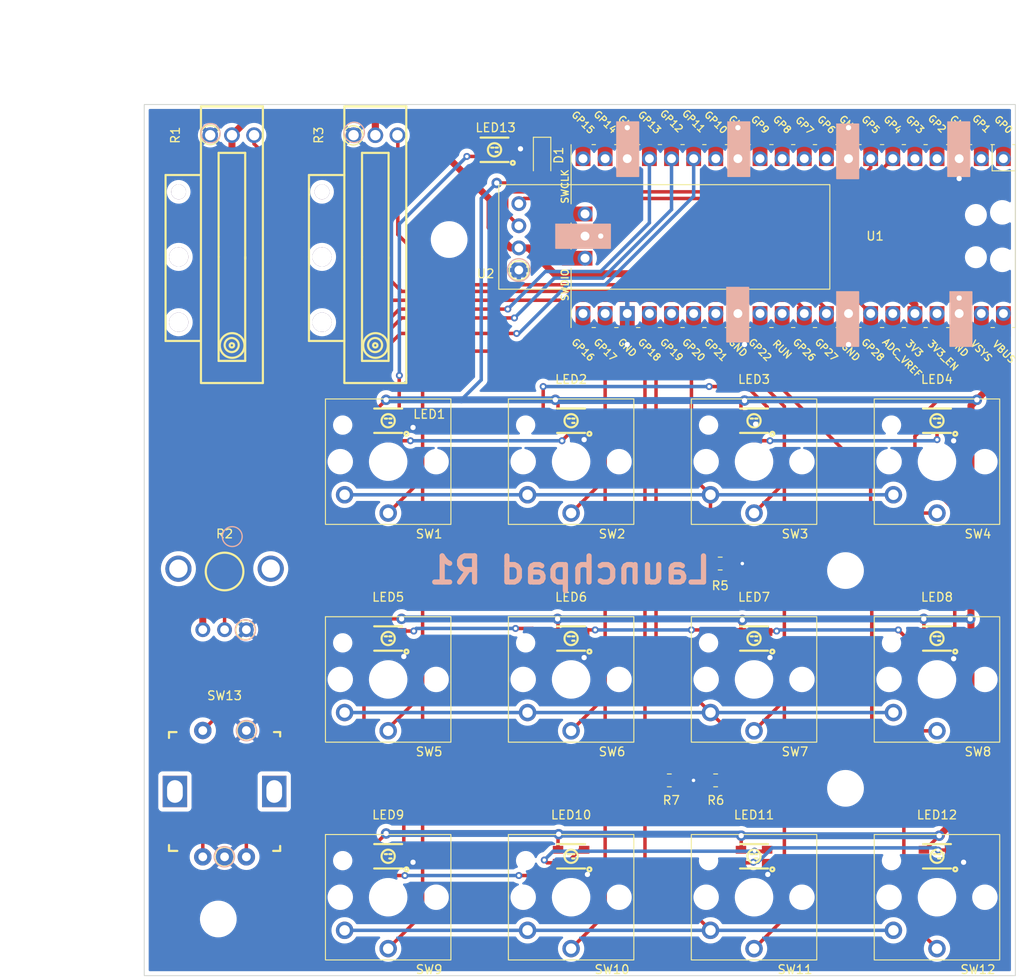
<source format=kicad_pcb>
(kicad_pcb (version 20211014) (generator pcbnew)
  (title_block (title "Launchpad") (date "2022-07-31") (rev "1"))
  (layers (0 "F.Cu" signal) (31 "B.Cu" signal) (34 "B.Paste" user) (35 "F.Paste" user) (36 "B.SilkS" user "B.Silkscreen") (37 "F.SilkS" user "F.Silkscreen") (38 "B.Mask" user) (39 "F.Mask" user) (44 "Edge.Cuts" user))
  (net 0 "")
  (net 1 "/NEOP")
  (net 5 "/POT1")
  (net 6 "/POT3")
  (net 7 "/POT2")
  (net 22 "GND")
  (net 23 "+3V3")
  (net 24 "/SCL")
  (net 25 "/SDA")
  (net 26 "+5V")
  (net 27 "/SW_R0")
  (net 28 "/SW_R1")
  (net 29 "/SW_R2")
  (net 30 "/SW_C0")
  (net 31 "/SW_C1")
  (net 32 "/SW_C2")
  (net 33 "/SW_C3")
  (net 34 "/NEOP1")
  (net 35 "Net-(D1-Pad1)")
  (net 36 "/RE1_SW")
  (net 37 "/RE1_A")
  (net 39 "/RE1_B")
  (net 40 "Net-(LED1-Pad4)")
  (net 41 "Net-(LED2-Pad4)")
  (net 42 "Net-(LED3-Pad4)")
  (net 43 "Net-(LED4-Pad4)")
  (net 44 "Net-(LED5-Pad4)")
  (net 45 "Net-(LED5-Pad2)")
  (net 46 "Net-(LED6-Pad2)")
  (net 47 "Net-(LED7-Pad2)")
  (net 48 "Net-(LED10-Pad2)")
  (net 49 "Net-(LED10-Pad4)")
  (net 50 "Net-(LED11-Pad4)")
  (footprint "1_dask_library_kc6:Kaihua_PG1350" (layer "F.Cu") (at 149 121)
    (fp_text reference "SW6")
    (fp_text value "Kaihua PG1350" hide)
  )
  (footprint "1_dask_library_kc6:SSD1306_38x12" (layer "F.Cu") (at 143 74)
    (fp_text reference "U2")
    (fp_text value "SSD1306")
  )
  (footprint "Resistor_SMD:R_0805_2012Metric_Pad1.20x1.40mm_HandSolder" (layer "F.Cu") (at 160.274 132.588)
    (fp_text reference "R7")
    (fp_text value "1K")
  )
  (footprint "Diode_SMD:D_SOD-123F" (layer "F.Cu") (at 145.669 60.96 -90)
    (fp_text reference "D1")
    (fp_text value "D")
  )
  (footprint "1_dask_library_kc6:Kaihua_PG1350" (layer "F.Cu") (at 149 96)
    (fp_text reference "SW2")
    (fp_text value "Kaihua PG1350" hide)
  )
  (footprint "1_easyeda_kicad:LED-SMD_4P-L3.5-W2.8-BR-1" (layer "F.Cu") (at 170 116.3)
    (fp_text reference "LED7")
    (fp_text value "XL-3528RGBW-WS2812B")
  )
  (footprint "1_easyeda_kicad:LED-SMD_4P-L3.5-W2.8-BR-1" (layer "F.Cu") (at 128 91.3)
    (fp_text reference "LED1")
    (fp_text value "XL-3528RGBW-WS2812B")
  )
  (footprint "1_easyeda_kicad:LED-SMD_4P-L3.5-W2.8-BR-1" (layer "F.Cu") (at 149 91.3)
    (fp_text reference "LED2")
    (fp_text value "XL-3528RGBW-WS2812B")
  )
  (footprint "1_dask_library_kc6:Kaihua_PG1350" (layer "F.Cu") (at 149 146)
    (fp_text reference "SW10")
    (fp_text value "Kaihua PG1350" hide)
  )
  (footprint "1_dask_library_kc6:Kaihua_PG1350" (layer "F.Cu") (at 128 146)
    (fp_text reference "SW9")
    (fp_text value "Kaihua PG1350" hide)
  )
  (footprint "1_easyeda_kicad:LED-SMD_4P-L3.5-W2.8-BR-1" (layer "F.Cu") (at 170 91.3)
    (fp_text reference "LED3")
    (fp_text value "XL-3528RGBW-WS2812B")
  )
  (footprint "1_easyeda_kicad:LED-SMD_4P-L3.5-W2.8-BR-1" (layer "F.Cu") (at 191 116.3)
    (fp_text reference "LED8")
    (fp_text value "XL-3528RGBW-WS2812B")
  )
  (footprint "Resistor_SMD:R_0805_2012Metric_Pad1.20x1.40mm_HandSolder" (layer "F.Cu") (at 165.592 132.588 180)
    (fp_text reference "R6")
    (fp_text value "1K")
  )
  (footprint "MountingHole:MountingHole_3.2mm_M3" (layer "F.Cu") (at 108.5 148.5)
    (fp_text reference "H4" hide)
    (fp_text value "MountingHole" hide)
  )
  (footprint "1_easyeda_kicad:LED-SMD_4P-L3.5-W2.8-BR-1" (layer "F.Cu") (at 140.208 60.198)
    (fp_text reference "LED13")
    (fp_text value "XL-3528RGBW-WS2812B")
  )
  (footprint "1_dask_library_kc6:Kaihua_PG1350" (layer "F.Cu") (at 128 96)
    (fp_text reference "SW1")
    (fp_text value "Kaihua PG1350" hide)
  )
  (footprint "1_easyeda_kicad:LED-SMD_4P-L3.5-W2.8-BR-1" (layer "F.Cu") (at 149 116.3)
    (fp_text reference "LED6")
    (fp_text value "XL-3528RGBW-WS2812B")
  )
  (footprint "1_dask_library_kc6:Kaihua_PG1350" (layer "F.Cu") (at 170 96)
    (fp_text reference "SW3")
    (fp_text value "Kaihua PG1350" hide)
  )
  (footprint "1_easyeda_kicad:RES-TH_RK09K1130A6S" (layer "F.Cu") (at 109.22 111.787)
    (fp_text reference "R2")
    (fp_text value "RK09K1130A6S")
  )
  (footprint "MountingHole:MountingHole_3.2mm_M3" (layer "F.Cu") (at 180.5 108.5)
    (fp_text reference "H3" hide)
    (fp_text value "MountingHole" hide)
  )
  (footprint "Resistor_SMD:R_0805_2012Metric_Pad1.20x1.40mm_HandSolder" (layer "F.Cu") (at 166.116 107.696)
    (fp_text reference "R5")
    (fp_text value "1K")
  )
  (footprint "1_easyeda_kicad:LED-SMD_4P-L3.5-W2.8-BR-1" (layer "F.Cu") (at 191 141.3)
    (fp_text reference "LED12")
    (fp_text value "XL-3528RGBW-WS2812B")
  )
  (footprint "1_dask_library_kc6:Kaihua_PG1350" (layer "F.Cu") (at 191 96)
    (fp_text reference "SW4")
    (fp_text value "Kaihua PG1350" hide)
  )
  (footprint "1_dask_library_kc6:Kaihua_PG1350" (layer "F.Cu") (at 191 121)
    (fp_text reference "SW8")
    (fp_text value "Kaihua PG1350" hide)
  )
  (footprint "1_easyeda_kicad:LED-SMD_4P-L3.5-W2.8-BR-1" (layer "F.Cu") (at 149 141.3)
    (fp_text reference "LED10")
    (fp_text value "XL-3528RGBW-WS2812B")
  )
  (footprint "1_easyeda_kicad:RES-ADJ-TH_RDC1022A05" (layer "F.Cu") (at 126.5475 58.5225 90)
    (fp_text reference "R3")
    (fp_text value "RDC1022A05")
  )
  (footprint "1_dask_library_kc6:Kaihua_PG1350" (layer "F.Cu") (at 128 121)
    (fp_text reference "SW5")
    (fp_text value "Kaihua PG1350" hide)
  )
  (footprint "1_easyeda_kicad:RES-ADJ-TH_RDC1022A05" (layer "F.Cu") (at 110.0875 58.5225 90)
    (fp_text reference "R1")
    (fp_text value "RDC1022A05")
  )
  (footprint "1_easyeda_kicad:LED-SMD_4P-L3.5-W2.8-BR-1" (layer "F.Cu") (at 191 91.3)
    (fp_text reference "LED4")
    (fp_text value "XL-3528RGBW-WS2812B")
  )
  (footprint "1_dask_library_kc6:RaspberryPi_Pico_SMD_TH" (layer "F.Cu") (at 174.498 70.104 -90)
    (fp_text reference "U1")
    (fp_text value "RaspberryPi_Pico")
  )
  (footprint "MountingHole:MountingHole_3.2mm_M3" (layer "F.Cu") (at 135 70.5)
    (fp_text reference "H1" hide)
    (fp_text value "MountingHole" hide)
  )
  (footprint "1_dask_library_kc6:Kaihua_PG1350" (layer "F.Cu") (at 191 146)
    (fp_text reference "SW12")
    (fp_text value "Kaihua PG1350" hide)
  )
  (footprint "1_easyeda_kicad:LED-SMD_4P-L3.5-W2.8-BR-1" (layer "F.Cu") (at 128 141.3)
    (fp_text reference "LED9")
    (fp_text value "XL-3528RGBW-WS2812B")
  )
  (footprint "1_easyeda_kicad:SW-TH_PEC11R-4220F-S0012" (layer "F.Cu") (at 109.22 134.112)
    (fp_text reference "SW13")
    (fp_text value "PEC11R-4220F-S0012")
  )
  (footprint "1_easyeda_kicad:LED-SMD_4P-L3.5-W2.8-BR-1" (layer "F.Cu") (at 170 141.3)
    (fp_text reference "LED11")
    (fp_text value "XL-3528RGBW-WS2812B")
  )
  (footprint "1_easyeda_kicad:LED-SMD_4P-L3.5-W2.8-BR-1" (layer "F.Cu") (at 128 116.3)
    (fp_text reference "LED5")
    (fp_text value "XL-3528RGBW-WS2812B")
  )
  (footprint "1_dask_library_kc6:Kaihua_PG1350" (layer "F.Cu") (at 170 146)
    (fp_text reference "SW11")
    (fp_text value "Kaihua PG1350" hide)
  )
  (footprint "1_dask_library_kc6:Kaihua_PG1350" (layer "F.Cu") (at 170 121)
    (fp_text reference "SW7")
    (fp_text value "Kaihua PG1350" hide)
  )
  (footprint "MountingHole:MountingHole_3.2mm_M3" (layer "F.Cu") (at 180.5 133.5)
    (fp_text reference "H2" hide)
    (fp_text value "MountingHole" hide)
  )
  (gr_rect (start 166.875 82.25) (end 169.375 76) (layer "B.SilkS") (width 0.15) (fill solid))
  (gr_circle (center 110.1 104.6) (end 111.2 104.3) (layer "B.SilkS") (width 0.15) (fill none))
  (gr_rect (start 167 63.25) (end 169.5 57) (layer "B.SilkS") (width 0.15) (fill solid))
  (gr_circle (center 124.1 58.2) (end 123.1 57.6) (layer "B.SilkS") (width 0.15) (fill none))
  (gr_circle (center 143 74) (end 144.2 73.5) (layer "B.SilkS") (width 0.15) (fill none))
  (gr_rect (start 192.25 63.25) (end 194.75 57) (layer "B.SilkS") (width 0.15) (fill solid))
  (gr_circle (center 111.73681 126.873) (end 110.73681 126.273) (layer "B.SilkS") (width 0.15) (fill none))
  (gr_circle (center 111.60981 115.316) (end 110.60981 114.716) (layer "B.SilkS") (width 0.15) (fill none))
  (gr_rect (start 192.5 82.75) (end 195 76.5) (layer "B.SilkS") (width 0.15) (fill solid))
  (gr_rect (start 147.25 68.75) (end 153.5 71.5) (layer "B.SilkS") (width 0.15) (fill solid))
  (gr_rect (start 154.25 63.25) (end 156.75 57) (layer "B.SilkS") (width 0.15) (fill solid))
  (gr_rect (start 179.5 63.5) (end 182 57.25) (layer "B.SilkS") (width 0.15) (fill solid))
  (gr_circle (center 107.6 58.3) (end 107.7 57.2) (layer "B.SilkS") (width 0.15) (fill none))
  (gr_rect (start 179.5 82.75) (end 182 76.5) (layer "B.SilkS") (width 0.15) (fill solid))
  (gr_circle (center 109.19681 141.351) (end 108.19681 140.751) (layer "B.SilkS") (width 0.15) (fill none))
  (gr_circle (center 109.22 141.351) (end 110.324536 141.351) (layer "F.SilkS") (width 0.15) (fill none))
  (gr_circle (center 143.002 74.041) (end 144.106536 74.041) (layer "F.SilkS") (width 0.15) (fill none))
  (gr_circle (center 111.76 126.873) (end 112.864536 126.873) (layer "F.SilkS") (width 0.15) (fill none))
  (gr_circle (center 123.990464 58.547) (end 125.095 58.547) (layer "F.SilkS") (width 0.15) (fill none))
  (gr_circle (center 111.633 115.316) (end 112.737536 115.316) (layer "F.SilkS") (width 0.15) (fill none))
  (gr_circle (center 107.569 58.508536) (end 108.673536 58.508536) (layer "F.SilkS") (width 0.15) (fill none))
  (gr_rect (start 100 55) (end 200 155) (layer "Edge.Cuts") (width 0.1) (fill none))
  (gr_text "Launchpad R1" (at 148.844 108.458) (layer "B.SilkS") (effects (font (size 3 3) (thickness 0.6)) (justify mirror)))
  (segment (start 129.27 86.122) (end 129.27 90.32) (width 0.4) (layer "F.Cu") (net 1))
  (segment (start 138.696 60.96) (end 137.033 60.96) (width 0.4) (layer "F.Cu") (net 1))
  (segment (start 129.27 90.32) (end 129.5 90.55) (width 0.4) (layer "F.Cu") (net 1))
  (segment (start 138.708 60.948) (end 138.696 60.96) (width 0.4) (layer "F.Cu") (net 1))
  (segment (start 129.286 86.106) (end 129.27 86.122) (width 0.4) (layer "F.Cu") (net 1))
  (via (at 137.033 60.96) (size 0.8) (drill 0.4) (layers "F.Cu" "B.Cu") (net 1))
  (via (at 129.286 86.106) (size 0.8) (drill 0.4) (layers "F.Cu" "B.Cu") (net 1))
  (segment (start 129.286 68.707) (end 129.286 86.106) (width 0.4) (layer "B.Cu") (net 1))
  (segment (start 137.033 60.96) (end 129.286 68.707) (width 0.4) (layer "B.Cu") (net 1))
  (segment (start 178.308 78.994) (end 178.308 78.486) (width 0.4) (layer "F.Cu") (net 5))
  (segment (start 176.276 76.454) (end 129.54 76.454) (width 0.4) (layer "F.Cu") (net 5))
  (segment (start 129.54 76.454) (end 112.6075 59.5215) (width 0.4) (layer "F.Cu") (net 5))
  (segment (start 112.6075 59.5215) (end 112.6075 58.5225) (width 0.4) (layer "F.Cu") (net 5))
  (segment (start 178.308 78.486) (end 176.276 76.454) (width 0.4) (layer "F.Cu") (net 5))
  (segment (start 109.22 115.287) (end 109.22 96.774) (width 0.4) (layer "F.Cu") (net 6))
  (segment (start 174.752 77.47) (end 175.768 78.486) (width 0.4) (layer "F.Cu") (net 6))
  (segment (start 128.524 77.47) (end 174.752 77.47) (width 0.4) (layer "F.Cu") (net 6))
  (segment (start 109.22 96.774) (end 128.524 77.47) (width 0.4) (layer "F.Cu") (net 6))
  (segment (start 175.768 78.486) (end 175.768 78.994) (width 0.4) (layer "F.Cu") (net 6))
  (segment (start 180.086 75.692) (end 134.874 75.692) (width 0.4) (layer "F.Cu") (net 7))
  (segment (start 129.1075 69.9255) (end 129.1075 58.5625) (width 0.4) (layer "F.Cu") (net 7))
  (segment (start 134.874 75.692) (end 129.1075 69.9255) (width 0.4) (layer "F.Cu") (net 7))
  (segment (start 129.1075 58.5625) (end 129.0675 58.5225) (width 0.4) (layer "F.Cu") (net 7))
  (segment (start 183.388 78.994) (end 180.086 75.692) (width 0.4) (layer "F.Cu") (net 7))
  (segment (start 192.5 117.05) (end 192.5 118.205) (width 0.4) (layer "F.Cu") (net 22))
  (segment (start 180.848 61.214) (end 180.848 57.658) (width 0.8) (layer "F.Cu") (net 22))
  (segment (start 168.148 81.788) (end 168.91 82.55) (width 0.8) (layer "F.Cu") (net 22))
  (segment (start 161.274 132.588) (end 163.052 132.588) (width 0.4) (layer "F.Cu") (net 22))
  (segment (start 170.18 91.694) (end 170.536 92.05) (width 0.4) (layer "F.Cu") (net 22))
  (segment (start 171.5 118.16) (end 171.831 118.491) (width 0.4) (layer "F.Cu") (net 22))
  (segment (start 141.708 60.948) (end 142.323642 60.948) (width 0.4) (layer "F.Cu") (net 22))
  (segment (start 193.548 78.994) (end 193.548 77.216) (width 0.8) (layer "F.Cu") (net 22))
  (segment (start 150.5 118.486) (end 150.495 118.491) (width 0.4) (layer "F.Cu") (net 22))
  (segment (start 129.5 118.07) (end 129.794 118.364) (width 0.4) (layer "F.Cu") (net 22))
  (segment (start 150.5 117.05) (end 150.5 118.486) (width 0.4) (layer "F.Cu") (net 22))
  (segment (start 129.5 92.05) (end 130.8285 92.05) (width 0.4) (layer "F.Cu") (net 22))
  (segment (start 171.5 142.05) (end 171.5 143.306) (width 0.4) (layer "F.Cu") (net 22))
  (segment (start 129.5 117.05) (end 129.5 118.07) (width 0.4) (layer "F.Cu") (net 22))
  (segment (start 192.5 92.05) (end 192.5 93.186) (width 0.4) (layer "F.Cu") (net 22))
  (segment (start 168.148 61.214) (end 168.148 57.658) (width 0.8) (layer "F.Cu") (net 22))
  (segment (start 171.5 143.306) (end 171.577 143.383) (width 0.4) (layer "F.Cu") (net 22))
  (segment (start 129.5 142.05) (end 130.7895 142.05) (width 0.4) (layer "F.Cu") (net 22))
  (segment (start 150.5 93.467) (end 150.495 93.472) (width 0.4) (layer "F.Cu") (net 22))
  (segment (start 180.848 78.994) (end 180.848 82.55) (width 0.8) (layer "F.Cu") (net 22))
  (segment (start 192.5 118.205) (end 192.913 118.618) (width 0.4) (layer "F.Cu") (net 22))
  (segment (start 155.448 61.214) (end 155.448 57.658) (width 0.8) (layer "F.Cu") (net 22))
  (segment (start 130.8285 92.05) (end 130.8535 92.075) (width 0.4) (layer "F.Cu") (net 22))
  (segment (start 155.448 78.994) (end 155.448 82.55) (width 0.8) (layer "F.Cu") (net 22))
  (segment (start 170.536 92.05) (end 171.5 92.05) (width 0.4) (layer "F.Cu") (net 22))
  (segment (start 150.5 92.05) (end 150.5 93.467) (width 0.4) (layer "F.Cu") (net 22))
  (segment (start 130.7895 142.05) (end 130.8535 141.986) (width 0.4) (layer "F.Cu") (net 22))
  (segment (start 142.323642 60.948) (end 143.188173 60.083469) (width 0.4) (layer "F.Cu") (net 22))
  (segment (start 192.5 142.05) (end 193.992 142.05) (width 0.4) (layer "F.Cu") (net 22))
  (segment (start 171.5 117.05) (end 171.5 118.16) (width 0.4) (layer "F.Cu") (net 22))
  (segment (start 193.548 61.214) (end 193.548 63.5) (width 0.8) (layer "F.Cu") (net 22))
  (segment (start 150.5 143.007) (end 150.876 143.383) (width 0.4) (layer "F.Cu") (net 22))
  (segment (start 192.5 93.186) (end 192.913 93.599) (width 0.4) (layer "F.Cu") (net 22))
  (segment (start 193.992 142.05) (end 194.056 141.986) (width 0.4) (layer "F.Cu") (net 22))
  (segment (start 150.5 142.05) (end 150.5 143.007) (width 0.4) (layer "F.Cu") (net 22))
  (segment (start 168.148 78.994) (end 168.148 81.788) (width 0.8) (layer "F.Cu") (net 22))
  (segment (start 150.598 70.104) (end 152.4 70.104) (width 0.8) (layer "F.Cu") (net 22))
  (segment (start 167.116 107.696) (end 168.656 107.696) (width 0.4) (layer "F.Cu") (net 22))
  (segment (start 164.576 132.588) (end 163.052 132.588) (width 0.4) (layer "F.Cu") (net 22))
  (segment (start 164.592 132.588) (end 164.576 132.588) (width 0.4) (layer "F.Cu") (net 22))
  (via (at 150.495 93.472) (size 1.2) (drill 0.6) (layers "F.Cu" "B.Cu") (net 22))
  (via (at 130.8535 92.075) (size 1.2) (drill 0.6) (layers "F.Cu" "B.Cu") (net 22))
  (via (at 129.794 118.364) (size 1.2) (drill 0.6) (layers "F.Cu" "B.Cu") (net 22))
  (via (at 193.548 63.5) (size 1.2) (drill 0.6) (layers "F.Cu" "B.Cu") (net 22))
  (via (at 168.91 82.55) (size 1.2) (drill 0.6) (layers "F.Cu" "B.Cu") (net 22))
  (via (at 194.056 141.986) (size 1.2) (drill 0.6) (layers "F.Cu" "B.Cu") (net 22))
  (via (at 192.913 93.599) (size 1.2) (drill 0.6) (layers "F.Cu" "B.Cu") (net 22))
  (via (at 170.18 91.694) (size 1.2) (drill 0.6) (layers "F.Cu" "B.Cu") (net 22))
  (via (at 168.656 107.696) (size 0.8) (drill 0.4) (layers "F.Cu" "B.Cu") (net 22))
  (via (at 171.577 143.383) (size 1.2) (drill 0.6) (layers "F.Cu" "B.Cu") (net 22))
  (via (at 171.831 118.491) (size 1.2) (drill 0.6) (layers "F.Cu" "B.Cu") (net 22))
  (via (at 150.876 143.383) (size 1.2) (drill 0.6) (layers "F.Cu" "B.Cu") (net 22))
  (via (at 180.848 82.55) (size 1.2) (drill 0.6) (layers "F.Cu" "B.Cu") (net 22))
  (via (at 155.448 57.658) (size 1.2) (drill 0.6) (layers "F.Cu" "B.Cu") (net 22))
  (via (at 130.8535 141.986) (size 1.2) (drill 0.6) (layers "F.Cu" "B.Cu") (net 22))
  (via (at 155.448 82.55) (size 1.2) (drill 0.6) (layers "F.Cu" "B.Cu") (net 22))
  (via (at 180.848 57.658) (size 1.2) (drill 0.6) (layers "F.Cu" "B.Cu") (net 22))
  (via (at 193.548 77.216) (size 1.2) (drill 0.6) (layers "F.Cu" "B.Cu") (net 22))
  (via (at 163.052 132.588) (size 0.8) (drill 0.4) (layers "F.Cu" "B.Cu") (net 22))
  (via (at 168.148 57.658) (size 1.2) (drill 0.6) (layers "F.Cu" "B.Cu") (net 22))
  (via (at 143.188173 60.083469) (size 1.2) (drill 0.6) (layers "F.Cu" "B.Cu") (net 22))
  (via (at 150.495 118.491) (size 1.2) (drill 0.6) (layers "F.Cu" "B.Cu") (net 22))
  (via (at 152.4 70.104) (size 1.2) (drill 0.6) (layers "F.Cu" "B.Cu") (net 22))
  (via (at 192.913 118.618) (size 1.2) (drill 0.6) (layers "F.Cu" "B.Cu") (net 22))
  (segment (start 126.5275 58.5225) (end 126.5275 56.9875) (width 0.8) (layer "F.Cu") (net 23))
  (segment (start 110.0675 58.5225) (end 112.202 56.388) (width 0.8) (layer "F.Cu") (net 23))
  (segment (start 184.912 74.422) (end 147.066 74.422) (width 0.8) (layer "F.Cu") (net 23))
  (segment (start 126.5275 56.9875) (end 127.127 56.388) (width 0.8) (layer "F.Cu") (net 23))
  (segment (start 147.066 74.422) (end 144.104 71.46) (width 0.8) (layer "F.Cu") (net 23))
  (segment (start 110.0675 88.3065) (end 110.0675 58.5225) (width 0.8) (layer "F.Cu") (net 23))
  (segment (start 125.984 56.388) (end 126.5275 56.9315) (width 0.8) (layer "F.Cu") (net 23))
  (segment (start 130.165922 56.388) (end 139.7 65.922078) (width 0.8) (layer "F.Cu") (net 23))
  (segment (start 106.72 115.287) (end 106.72 91.654) (width 0.8) (layer "F.Cu") (net 23))
  (segment (start 106.72 91.654) (end 110.0675 88.3065) (width 0.8) (layer "F.Cu") (net 23))
  (segment (start 139.7 65.922078) (end 139.7 69.088) (width 0.8) (layer "F.Cu") (net 23))
  (segment (start 142.072 71.46) (end 143 71.46) (width 0.8) (layer "F.Cu") (net 23))
  (segment (start 127.127 56.388) (end 130.165922 56.388) (width 0.8) (layer "F.Cu") (net 23))
  (segment (start 126.5275 56.9315) (end 126.5275 58.5225) (width 0.8) (layer "F.Cu") (net 23))
  (segment (start 188.468 78.994) (end 188.468 77.978) (width 0.8) (layer "F.Cu") (net 23))
  (segment (start 139.7 69.088) (end 142.072 71.46) (width 0.8) (layer "F.Cu") (net 23))
  (segment (start 188.468 77.978) (end 184.912 74.422) (width 0.8) (layer "F.Cu") (net 23))
  (segment (start 144.104 71.46) (end 143 71.46) (width 0.8) (layer "F.Cu") (net 23))
  (segment (start 112.202 56.388) (end 125.984 56.388) (width 0.8) (layer "F.Cu") (net 23))
  (segment (start 180.624944 65.024) (end 142.113 65.024) (width 0.4) (layer "F.Cu") (net 24))
  (segment (start 141.605 65.532) (end 141.605 67.525) (width 0.4) (layer "F.Cu") (net 24))
  (segment (start 183.388 62.260944) (end 180.624944 65.024) (width 0.4) (layer "F.Cu") (net 24))
  (segment (start 141.605 67.525) (end 143 68.92) (width 0.4) (layer "F.Cu") (net 24))
  (segment (start 142.113 65.024) (end 141.605 65.532) (width 0.4) (layer "F.Cu") (net 24))
  (segment (start 183.388 61.214) (end 183.388 62.260944) (width 0.4) (layer "F.Cu") (net 24))
  (segment (start 143 66.38) (end 143.594 65.786) (width 0.4) (layer "F.Cu") (net 25))
  (segment (start 181.356 65.786) (end 185.928 61.214) (width 0.4) (layer "F.Cu") (net 25))
  (segment (start 143.594 65.786) (end 181.356 65.786) (width 0.4) (layer "F.Cu") (net 25))
  (segment (start 194.900479 135.299521) (end 191.262 138.938) (width 0.8) (layer "F.Cu") (net 26))
  (segment (start 168.529 140.521) (end 168.5 140.55) (width 0.4) (layer "F.Cu") (net 26))
  (segment (start 126.5 115.55) (end 128.004 114.046) (width 0.4) (layer "F.Cu") (net 26))
  (segment (start 168.5 89.3935) (end 168.91 88.9835) (width 0.4) (layer "F.Cu") (net 26))
  (segment (start 168.5 114.329) (end 168.656 114.173) (width 0.4) (layer "F.Cu") (net 26))
  (segment (start 194.900479 118.535521) (end 194.900479 135.299521) (width 0.8) (layer "F.Cu") (net 26))
  (segment (start 191.15 88.9) (end 195.58 88.9) (width 0.4) (layer "F.Cu") (net 26))
  (segment (start 168.529 138.934) (end 168.529 140.521) (width 0.4) (layer "F.Cu") (net 26))
  (segment (start 194.900479 89.579521) (end 194.900479 118.535521) (width 0.8) (layer "F.Cu") (net 26))
  (segment (start 191.43 139.024) (end 191.516 138.938) (width 0.4) (layer "F.Cu") (net 26))
  (segment (start 195.58 88.9) (end 194.900479 89.579521) (width 0.8) (layer "F.Cu") (net 26))
  (segment (start 126.5 139.946) (end 127.762 138.684) (width 0.4) (layer "F.Cu") (net 26))
  (segment (start 147.5 90.55) (end 147.5 89.08) (width 0.4) (layer "F.Cu") (net 26))
  (segment (start 144.021 64.008) (end 140.462 64.008) (width 0.4) (layer "F.Cu") (net 26))
  (segment (start 189.5 115.55) (end 189.5 114.062) (width 0.4) (layer "F.Cu") (net 26))
  (segment (start 126.5 140.55) (end 126.5 139.946) (width 0.4) (layer "F.Cu") (net 26))
  (segment (start 168.5 90.55) (end 168.5 89.3935) (width 0.4) (layer "F.Cu") (net 26))
  (segment (start 189.5 114.062) (end 189.484 114.046) (width 0.4) (layer "F.Cu") (net 26))
  (segment (start 189.5 140.55) (end 189.65 140.55) (width 0.4) (layer "F.Cu") (net 26))
  (segment (start 147.5 114.099) (end 147.447 114.046) (width 0.4) (layer "F.Cu") (net 26))
  (segment (start 128.004 114.046) (end 129.54 114.046) (width 0.4) (layer "F.Cu") (net 26))
  (segment (start 191.516 138.938) (end 191.262 138.938) (width 0.8) (layer "F.Cu") (net 26))
  (segment (start 147.5 115.55) (end 147.5 114.099) (width 0.4) (layer "F.Cu") (net 26))
  (segment (start 198.628 85.852) (end 198.628 78.994) (width 0.8) (layer "F.Cu") (net 26))
  (segment (start 126.5 90.55) (end 126.5 90.162) (width 0.4) (layer "F.Cu") (net 26))
  (segment (start 189.5 90.55) (end 191.15 88.9) (width 0.4) (layer "F.Cu") (net 26))
  (segment (start 168.5 115.55) (end 168.5 114.329) (width 0.4) (layer "F.Cu") (net 26))
  (segment (start 145.669 62.36) (end 144.021 64.008) (width 0.4) (layer "F.Cu") (net 26))
  (segment (start 189.65 140.55) (end 191.262 138.938) (width 0.4) (layer "F.Cu") (net 26))
  (segment (start 147.5 138.836) (end 147.574 138.762) (width 0.4) (layer "F.Cu") (net 26))
  (segment (start 126.5 90.162) (end 127.762 88.9) (width 0.4) (layer "F.Cu") (net 26))
  (segment (start 195.58 88.9) (end 198.628 85.852) (width 0.8) (layer "F.Cu") (net 26))
  (segment (start 147.32 88.9) (end 147.193 88.9) (width 0.4) (layer "F.Cu") (net 26))
  (segment (start 147.5 140.55) (end 147.5 138.836) (width 0.4) (layer "F.Cu") (net 26))
  (segment (start 147.5 89.08) (end 147.32 88.9) (width 0.4) (layer "F.Cu") (net 26))
  (via (at 195.58 88.9) (size 1.2) (drill 0.6) (layers "F.Cu" "B.Cu") (net 26))
  (via (at 129.54 114.046) (size 1.2) (drill 0.6) (layers "F.Cu" "B.Cu") (net 26))
  (via (at 147.574 138.762) (size 1.2) (drill 0.6) (layers "F.Cu" "B.Cu") (net 26))
  (via (at 127.762 138.684) (size 1.2) (drill 0.6) (layers "F.Cu" "B.Cu") (net 26))
  (via (at 147.193 88.9) (size 1.2) (drill 0.6) (layers "F.Cu" "B.Cu") (net 26))
  (via (at 140.462 64.008) (size 1.2) (drill 0.6) (layers "F.Cu" "B.Cu") (net 26))
  (via (at 168.656 114.173) (size 1.2) (drill 0.6) (layers "F.Cu" "B.Cu") (net 26))
  (via (at 194.818 114.046) (size 1.2) (drill 0.6) (layers "F.Cu" "B.Cu") (net 26))
  (via (at 189.484 114.046) (size 1.2) (drill 0.6) (layers "F.Cu" "B.Cu") (net 26))
  (via (at 168.529 138.934) (size 1.2) (drill 0.6) (layers "F.Cu" "B.Cu") (net 26))
  (via (at 191.262 138.938) (size 1.2) (drill 0.6) (layers "F.Cu" "B.Cu") (net 26))
  (via (at 127.762 88.9) (size 1.2) (drill 0.6) (layers "F.Cu" "B.Cu") (net 26))
  (via (at 168.91 88.9835) (size 1.2) (drill 0.6) (layers "F.Cu" "B.Cu") (net 26))
  (via (at 147.447 114.046) (size 1.2) (drill 0.6) (layers "F.Cu" "B.Cu") (net 26))
  (segment (start 147.574 138.762) (end 147.496 138.684) (width 0.8) (layer "B.Cu") (net 26))
  (segment (start 168.357 138.762) (end 147.574 138.762) (width 0.8) (layer "B.Cu") (net 26))
  (segment (start 147.2765 88.9835) (end 168.91 88.9835) (width 0.8) (layer "B.Cu") (net 26))
  (segment (start 195.58 88.9) (end 168.9935 88.9) (width 0.8) (layer "B.Cu") (net 26))
  (segment (start 138.684 86.614) (end 138.684 65.786) (width 0.4) (layer "B.Cu") (net 26))
  (segment (start 147.447 114.046) (end 168.529 114.046) (width 0.8) (layer "B.Cu") (net 26))
  (segment (start 168.9935 88.9) (end 168.91 88.9835) (width 0.8) (layer "B.Cu") (net 26))
  (segment (start 168.529 138.934) (end 168.357 138.762) (width 0.8) (layer "B.Cu") (net 26))
  (segment (start 136.398 88.9) (end 147.193 88.9) (width 0.8) (layer "B.Cu") (net 26))
  (segment (start 168.529 114.046) (end 168.656 114.173) (width 0.8) (layer "B.Cu") (net 26))
  (segment (start 147.447 114.046) (end 129.54 114.046) (width 0.8) (layer "B.Cu") (net 26))
  (segment (start 147.193 88.9) (end 147.2765 88.9835) (width 0.8) (layer "B.Cu") (net 26))
  (segment (start 189.484 114.046) (end 168.783 114.046) (width 0.8) (layer "B.Cu") (net 26))
  (segment (start 136.398 88.9) (end 138.684 86.614) (width 0.4) (layer "B.Cu") (net 26))
  (segment (start 168.533 138.938) (end 191.262 138.938) (width 0.8) (layer "B.Cu") (net 26))
  (segment (start 147.496 138.684) (end 127.762 138.684) (width 0.8) (layer "B.Cu") (net 26))
  (segment (start 138.684 65.786) (end 140.462 64.008) (width 0.4) (layer "B.Cu") (net 26))
  (segment (start 168.529 138.934) (end 168.533 138.938) (width 0.8) (layer "B.Cu") (net 26))
  (segment (start 168.783 114.046) (end 168.656 114.173) (width 0.8) (layer "B.Cu") (net 26))
  (segment (start 127.762 88.9) (end 136.398 88.9) (width 0.8) (layer "B.Cu") (net 26))
  (segment (start 194.818 114.046) (end 189.484 114.046) (width 0.8) (layer "B.Cu") (net 26))
  (segment (start 165 107.58) (end 165.116 107.696) (width 0.4) (layer "F.Cu") (net 27))
  (segment (start 162.814 97.614) (end 162.814 79.248) (width 0.4) (layer "F.Cu") (net 27))
  (segment (start 162.814 79.248) (end 163.068 78.994) (width 0.4) (layer "F.Cu") (net 27))
  (segment (start 165 99.8) (end 162.814 97.614) (width 0.4) (layer "F.Cu") (net 27))
  (segment (start 165 99.8) (end 165 107.58) (width 0.4) (layer "F.Cu") (net 27))
  (segment (start 165 99.8) (end 186 99.8) (width 0.4) (layer "B.Cu") (net 27))
  (segment (start 123 99.8) (end 144 99.8) (width 0.4) (layer "B.Cu") (net 27))
  (segment (start 144 99.8) (end 165 99.8) (width 0.4) (layer "B.Cu") (net 27))
  (segment (start 158.75 118.55) (end 158.75 84.074) (width 0.4) (layer "F.Cu") (net 28))
  (segment (start 160.528 82.296) (end 160.528 78.994) (width 0.4) (layer "F.Cu") (net 28))
  (segment (start 158.75 84.074) (end 160.528 82.296) (width 0.4) (layer "F.Cu") (net 28))
  (segment (start 165 124.8) (end 158.75 118.55) (width 0.4) (layer "F.Cu") (net 28))
  (segment (start 166.592 132.588) (end 166.592 126.392) (width 0.4) (layer "F.Cu") (net 28))
  (segment (start 166.592 126.392) (end 165 124.8) (width 0.4) (layer "F.Cu") (net 28))
  (segment (start 165 124.8) (end 186 124.8) (width 0.4) (layer "B.Cu") (net 28))
  (segment (start 144 124.8) (end 165 124.8) (width 0.4) (layer "B.Cu") (net 28))
  (segment (start 123 124.8) (end 144 124.8) (width 0.4) (layer "B.Cu") (net 28))
  (segment (start 165 149.8) (end 157.48 142.28) (width 0.4) (layer "F.Cu") (net 29))
  (segment (start 157.48 82.804) (end 157.988 82.296) (width 0.4) (layer "F.Cu") (net 29))
  (segment (start 157.48 132.588) (end 157.48 82.804) (width 0.4) (layer "F.Cu") (net 29))
  (segment (start 157.988 82.296) (end 157.988 78.994) (width 0.4) (layer "F.Cu") (net 29))
  (segment (start 159.274 132.588) (end 157.48 132.588) (width 0.4) (layer "F.Cu") (net 29))
  (segment (start 157.48 142.28) (end 157.48 132.588) (width 0.4) (layer "F.Cu") (net 29))
  (segment (start 165 149.8) (end 144 149.8) (width 0.4) (layer "B.Cu") (net 29))
  (segment (start 165 149.8) (end 186 149.8) (width 0.4) (layer "B.Cu") (net 29))
  (segment (start 144 149.8) (end 123 149.8) (width 0.4) (layer "B.Cu") (net 29))
  (segment (start 135.382 83.312) (end 150.368 83.312) (width 0.4) (layer "F.Cu") (net 30))
  (segment (start 131.953 86.741) (end 135.382 83.312) (width 0.4) (layer "F.Cu") (net 30))
  (segment (start 128 151.9) (end 131.953 147.947) (width 0.4) (layer "F.Cu") (net 30))
  (segment (start 128 126.635) (end 131.953 122.682) (width 0.4) (layer "F.Cu") (net 30))
  (segment (start 128 126.9) (end 128 126.635) (width 0.4) (layer "F.Cu") (net 30))
  (segment (start 128 101.9) (end 131.953 97.947) (width 0.4) (layer "F.Cu") (net 30))
  (segment (start 131.953 147.947) (end 131.953 86.741) (width 0.4) (layer "F.Cu") (net 30))
  (segment (start 150.368 83.312) (end 150.368 78.994) (width 0.4) (layer "F.Cu") (net 30))
  (segment (start 131.953 97.947) (end 131.953 97.917) (width 0.4) (layer "F.Cu") (net 30))
  (segment (start 152.908 147.992) (end 152.908 78.994) (width 0.4) (layer "F.Cu") (net 31))
  (segment (start 149 126.9) (end 152.908 122.992) (width 0.4) (layer "F.Cu") (net 31))
  (segment (start 149 151.9) (end 152.908 147.992) (width 0.4) (layer "F.Cu") (net 31))
  (segment (start 149 101.9) (end 152.908 97.992) (width 0.4) (layer "F.Cu") (net 31))
  (segment (start 152.908 97.992) (end 152.908 97.917) (width 0.4) (layer "F.Cu") (net 31))
  (segment (start 165.862 79.248) (end 165.608 78.994) (width 0.4) (layer "F.Cu") (net 32))
  (segment (start 173.482 98.552) (end 173.482 89.662) (width 0.4) (layer "F.Cu") (net 32))
  (segment (start 173.482 123.418) (end 170 126.9) (width 0.4) (layer "F.Cu") (net 32))
  (segment (start 173.482 148.418) (end 173.482 121.666) (width 0.4) (layer "F.Cu") (net 32))
  (segment (start 170 101.9) (end 173.482 98.418) (width 0.4) (layer "F.Cu") (net 32))
  (segment (start 170 151.9) (end 173.482 148.418) (width 0.4) (layer "F.Cu") (net 32))
  (segment (start 173.482 98.418) (end 173.482 123.418) (width 0.4) (layer "F.Cu") (net 32))
  (segment (start 165.862 82.042) (end 165.862 79.248) (width 0.4) (layer "F.Cu") (net 32))
  (segment (start 173.482 89.662) (end 165.862 82.042) (width 0.4) (layer "F.Cu") (net 32))
  (segment (start 187.198 148.098) (end 187.198 130.556) (width 0.4) (layer "F.Cu") (net 33))
  (segment (start 183.515 126.873) (end 183.515 101.473) (width 0.4) (layer "F.Cu") (net 33))
  (segment (start 191 151.9) (end 187.198 148.098) (width 0.4) (layer "F.Cu") (net 33))
  (segment (start 191 126.9) (end 183.542 126.9) (width 0.4) (layer "F.Cu") (net 33))
  (segment (start 183.515 101.473) (end 183.388 101.346) (width 0.4) (layer "F.Cu") (net 33))
  (segment (start 183.942 101.9) (end 183.515 101.473) (width 0.4) (layer "F.Cu") (net 33))
  (segment (start 191 101.9) (end 183.942 101.9) (width 0.4) (layer "F.Cu") (net 33))
  (segment (start 187.198 130.556) (end 183.515 126.873) (width 0.4) (layer "F.Cu") (net 33))
  (segment (start 170.688 85.09) (end 170.688 78.994) (width 0.4) (layer "F.Cu") (net 33))
  (segment (start 183.388 97.79) (end 170.688 85.09) (width 0.4) (layer "F.Cu") (net 33))
  (segment (start 183.388 101.346) (end 183.388 97.79) (width 0.4) (layer "F.Cu") (net 33))
  (segment (start 141.708 59.448) (end 144.768 56.388) (width 0.4) (layer "F.Cu") (net 34))
  (segment (start 195.561022 56.388) (end 198.628 59.454978) (width 0.4) (layer "F.Cu") (net 34))
  (segment (start 144.768 56.388) (end 195.561022 56.388) (width 0.4) (layer "F.Cu") (net 34))
  (segment (start 198.628 59.454978) (end 198.628 61.214) (width 0.4) (layer "F.Cu") (net 34))
  (segment (start 145.291 59.56) (end 145.669 59.56) (width 0.4) (layer "F.Cu") (net 35))
  (segment (start 139.458 59.448) (end 140.462 60.452) (width 0.4) (layer "F.Cu") (net 35))
  (segment (start 142.748 62.103) (end 145.291 59.56) (width 0.4) (layer "F.Cu") (net 35))
  (segment (start 140.462 60.452) (end 140.462 61.751022) (width 0.4) (layer "F.Cu") (net 35))
  (segment (start 140.462 61.751022) (end 140.813978 62.103) (width 0.4) (layer "F.Cu") (net 35))
  (segment (start 138.708 59.448) (end 139.458 59.448) (width 0.4) (layer "F.Cu") (net 35))
  (segment (start 140.813978 62.103) (end 142.748 62.103) (width 0.4) (layer "F.Cu") (net 35))
  (segment (start 116.84 90.932) (end 116.84 116.742) (width 0.4) (layer "F.Cu") (net 36))
  (segment (start 141.732 78.486) (end 129.286 78.486) (width 0.4) (layer "F.Cu") (net 36))
  (segment (start 129.286 78.486) (end 116.84 90.932) (width 0.4) (layer "F.Cu") (net 36))
  (segment (start 116.84 116.742) (end 106.72 126.862) (width 0.4) (layer "F.Cu") (net 36))
  (via (at 141.732 78.486) (size 0.8) (drill 0.4) (layers "F.Cu" "B.Cu") (net 36))
  (segment (start 157.988 68.58) (end 157.988 61.214) (width 0.4) (layer "B.Cu") (net 36))
  (segment (start 141.732 78.486) (end 146.05 74.168) (width 0.4) (layer "B.Cu") (net 36))
  (segment (start 146.05 74.168) (end 152.4 74.168) (width 0.4) (layer "B.Cu") (net 36))
  (segment (start 152.4 74.168) (end 157.988 68.58) (width 0.4) (layer "B.Cu") (net 36))
  (segment (start 117.602 118.364) (end 106.72 129.246) (width 0.4) (layer "F.Cu") (net 37))
  (segment (start 142.494 79.502) (end 129.54 79.502) (width 0.4) (layer "F.Cu") (net 37))
  (segment (start 106.72 129.246) (end 106.72 141.362) (width 0.4) (layer "F.Cu") (net 37))
  (segment (start 117.602 91.44) (end 117.602 118.364) (width 0.4) (layer "F.Cu") (net 37))
  (segment (start 129.54 79.502) (end 117.602 91.44) (width 0.4) (layer "F.Cu") (net 37))
  (via (at 142.494 79.502) (size 0.8) (drill 0.4) (layers "F.Cu" "B.Cu") (net 37))
  (segment (start 142.494 79.502) (end 147.066 74.93) (width 0.4) (layer "B.Cu") (net 37))
  (segment (start 147.066 74.93) (end 152.654 74.93) (width 0.4) (layer "B.Cu") (net 37))
  (segment (start 160.528 67.056) (end 160.528 61.214) (width 0.4) (layer "B.Cu") (net 37))
  (segment (start 152.654 74.93) (end 160.528 67.056) (width 0.4) (layer "B.Cu") (net 37))
  (segment (start 119.126 124.206) (end 111.72 131.612) (width 0.4) (layer "F.Cu") (net 39))
  (segment (start 129.413 81.28) (end 119.126 91.567) (width 0.4) (layer "F.Cu") (net 39))
  (segment (start 111.72 131.612) (end 111.72 141.362) (width 0.4) (layer "F.Cu") (net 39))
  (segment (start 119.126 91.567) (end 119.126 124.206) (width 0.4) (layer "F.Cu") (net 39))
  (segment (start 142.748 81.28) (end 129.413 81.28) (width 0.4) (layer "F.Cu") (net 39))
  (via (at 142.748 81.28) (size 0.8) (drill 0.4) (layers "F.Cu" "B.Cu") (net 39))
  (segment (start 148.59 75.692) (end 152.908 75.692) (width 0.4) (layer "B.Cu") (net 39))
  (segment (start 152.908 75.692) (end 163.068 65.532) (width 0.4) (layer "B.Cu") (net 39))
  (segment (start 163.068 65.532) (end 163.068 61.214) (width 0.4) (layer "B.Cu") (net 39))
  (segment (start 143.002 81.28) (end 148.59 75.692) (width 0.4) (layer "B.Cu") (net 39))
  (segment (start 142.748 81.28) (end 143.002 81.28) (width 0.4) (layer "B.Cu") (net 39))
  (segment (start 149.607 90.55) (end 150.5 90.55) (width 0.4) (layer "F.Cu") (net 40))
  (segment (start 148.971 92.583) (end 148.971 91.186) (width 0.4) (layer "F.Cu") (net 40))
  (segment (start 148.971 91.186) (end 149.607 90.55) (width 0.4) (layer "F.Cu") (net 40))
  (segment (start 128.049 93.599) (end 130.556 93.599) (width 0.4) (layer "F.Cu") (net 40))
  (segment (start 147.955 93.599) (end 148.971 92.583) (width 0.4) (layer "F.Cu") (net 40))
  (segment (start 126.5 92.05) (end 128.049 93.599) (width 0.4) (layer "F.Cu") (net 40))
  (via (at 130.556 93.599) (size 0.8) (drill 0.4) (layers "F.Cu" "B.Cu") (net 40))
  (via (at 147.955 93.599) (size 0.8) (drill 0.4) (layers "F.Cu" "B.Cu") (net 40))
  (segment (start 130.556 93.599) (end 147.955 93.599) (width 0.4) (layer "B.Cu") (net 40))
  (segment (start 169.164 87.376) (end 164.846 87.376) (width 0.4) (layer "F.Cu") (net 41))
  (segment (start 145.796 90.895022) (end 146.950978 92.05) (width 0.4) (layer "F.Cu") (net 41))
  (segment (start 171.5 90.55) (end 171.5 89.712) (width 0.4) (layer "F.Cu") (net 41))
  (segment (start 146.950978 92.05) (end 147.5 92.05) (width 0.4) (layer "F.Cu") (net 41))
  (segment (start 145.796 87.376) (end 145.796 90.895022) (width 0.4) (layer "F.Cu") (net 41))
  (segment (start 171.5 89.712) (end 169.164 87.376) (width 0.4) (layer "F.Cu") (net 41))
  (via (at 164.846 87.376) (size 0.8) (drill 0.4) (layers "F.Cu" "B.Cu") (net 41))
  (via (at 145.796 87.376) (size 0.8) (drill 0.4) (layers "F.Cu" "B.Cu") (net 41))
  (segment (start 164.846 87.376) (end 145.796 87.376) (width 0.4) (layer "B.Cu") (net 41))
  (segment (start 168.5 92.554) (end 169.291 93.345) (width 0.4) (layer "F.Cu") (net 42))
  (segment (start 191.950978 90.55) (end 192.5 90.55) (width 0.4) (layer "F.Cu") (net 42))
  (segment (start 191.008 91.492978) (end 191.950978 90.55) (width 0.4) (layer "F.Cu") (net 42))
  (segment (start 191.008 93.472) (end 191.008 91.492978) (width 0.4) (layer "F.Cu") (net 42))
  (segment (start 169.291 93.345) (end 169.545 93.599) (width 0.4) (layer "F.Cu") (net 42))
  (segment (start 169.545 93.599) (end 171.831 93.599) (width 0.4) (layer "F.Cu") (net 42))
  (segment (start 168.5 92.05) (end 168.5 92.554) (width 0.4) (layer "F.Cu") (net 42))
  (via (at 171.831 93.599) (size 0.8) (drill 0.4) (layers "F.Cu" "B.Cu") (net 42))
  (via (at 191.008 93.472) (size 0.8) (drill 0.4) (layers "F.Cu" "B.Cu") (net 42))
  (segment (start 190.881 93.599) (end 191.008 93.472) (width 0.4) (layer "B.Cu") (net 42))
  (segment (start 171.831 93.599) (end 190.881 93.599) (width 0.4) (layer "B.Cu") (net 42))
  (segment (start 193.04 115.01) (end 192.5 115.55) (width 0.4) (layer "F.Cu") (net 43))
  (segment (start 189.5 92.05) (end 188.468 93.082) (width 0.4) (layer "F.Cu") (net 43))
  (segment (start 188.468 97.028) (end 193.04 101.6) (width 0.4) (layer "F.Cu") (net 43))
  (segment (start 193.04 101.6) (end 193.04 115.01) (width 0.4) (layer "F.Cu") (net 43))
  (segment (start 188.468 93.082) (end 188.468 97.028) (width 0.4) (layer "F.Cu") (net 43))
  (segment (start 125.222 118.328) (end 125.222 128.524) (width 0.4) (layer "F.Cu") (net 44))
  (segment (start 126.5 117.05) (end 125.222 118.328) (width 0.4) (layer "F.Cu") (net 44))
  (segment (start 129.794 140.256) (end 129.5 140.55) (width 0.4) (layer "F.Cu") (net 44))
  (segment (start 125.222 128.524) (end 129.794 133.096) (width 0.4) (layer "F.Cu") (net 44))
  (segment (start 129.794 133.096) (end 129.794 140.256) (width 0.4) (layer "F.Cu") (net 44))
  (segment (start 147.5 117.05) (end 146.5 117.05) (width 0.4) (layer "F.Cu") (net 45))
  (segment (start 130.937 115.443) (end 129.607 115.443) (width 0.4) (layer "F.Cu") (net 45))
  (segment (start 129.607 115.443) (end 129.5 115.55) (width 0.4) (layer "F.Cu") (net 45))
  (segment (start 146.5 117.05) (end 144.5955 115.1455) (width 0.4) (layer "F.Cu") (net 45))
  (segment (start 144.5955 115.1455) (end 142.621 115.1455) (width 0.4) (layer "F.Cu") (net 45))
  (via (at 130.937 115.443) (size 0.8) (drill 0.4) (layers "F.Cu" "B.Cu") (net 45))
  (via (at 142.621 115.1455) (size 0.8) (drill 0.4) (layers "F.Cu" "B.Cu") (net 45))
  (segment (start 142.621 115.1455) (end 131.2345 115.1455) (width 0.4) (layer "B.Cu") (net 45))
  (segment (start 131.2345 115.1455) (end 130.937 115.443) (width 0.4) (layer "B.Cu") (net 45))
  (segment (start 168.5 117.05) (end 167.215 117.05) (width 0.4) (layer "F.Cu") (net 46))
  (segment (start 150.734 115.316) (end 150.5 115.55) (width 0.4) (layer "F.Cu") (net 46))
  (segment (start 167.215 117.05) (end 165.735 115.57) (width 0.4) (layer "F.Cu") (net 46))
  (segment (start 165.481 115.316) (end 162.814 115.316) (width 0.4) (layer "F.Cu") (net 46))
  (segment (start 151.765 115.316) (end 150.734 115.316) (width 0.4) (layer "F.Cu") (net 46))
  (segment (start 165.735 115.57) (end 165.481 115.316) (width 0.4) (layer "F.Cu") (net 46))
  (via (at 162.814 115.316) (size 0.8) (drill 0.4) (layers "F.Cu" "B.Cu") (net 46))
  (via (at 151.765 115.316) (size 0.8) (drill 0.4) (layers "F.Cu" "B.Cu") (net 46))
  (segment (start 162.814 115.316) (end 151.765 115.316) (width 0.4) (layer "B.Cu") (net 46))
  (segment (start 189.5 117.05) (end 188.297 117.05) (width 0.4) (layer "F.Cu") (net 47))
  (segment (start 171.607 115.443) (end 171.5 115.55) (width 0.4) (layer "F.Cu") (net 47))
  (segment (start 172.593 115.443) (end 171.607 115.443) (width 0.4) (layer "F.Cu") (net 47))
  (segment (start 188.297 117.05) (end 186.563 115.316) (width 0.4) (layer "F.Cu") (net 47))
  (via (at 186.563 115.316) (size 0.8) (drill 0.4) (layers "F.Cu" "B.Cu") (net 47))
  (via (at 172.593 115.443) (size 0.8) (drill 0.4) (layers "F.Cu" "B.Cu") (net 47))
  (segment (start 172.72 115.316) (end 172.593 115.443) (width 0.4) (layer "B.Cu") (net 47))
  (segment (start 186.563 115.316) (end 172.72 115.316) (width 0.4) (layer "B.Cu") (net 47))
  (segment (start 148.971 141.605) (end 150.026 140.55) (width 0.4) (layer "F.Cu") (net 48))
  (segment (start 148.971 142.428022) (end 148.971 141.605) (width 0.4) (layer "F.Cu") (net 48))
  (segment (start 127.762 143.51) (end 129.921 143.51) (width 0.4) (layer "F.Cu") (net 48))
  (segment (start 127.254 143.002) (end 127.762 143.51) (width 0.4) (layer "F.Cu") (net 48))
  (segment (start 126.5 142.05) (end 126.5 142.248) (width 0.4) (layer "F.Cu") (net 48))
  (segment (start 143.002 143.51) (end 147.889022 143.51) (width 0.4) (layer "F.Cu") (net 48))
  (segment (start 147.889022 143.51) (end 148.971 142.428022) (width 0.4) (layer "F.Cu") (net 48))
  (segment (start 126.5 142.248) (end 127.254 143.002) (width 0.4) (layer "F.Cu") (net 48))
  (segment (start 150.026 140.55) (end 150.5 140.55) (width 0.4) (layer "F.Cu") (net 48))
  (via (at 129.921 143.51) (size 0.8) (drill 0.4) (layers "F.Cu" "B.Cu") (net 48))
  (via (at 143.002 143.51) (size 0.8) (drill 0.4) (layers "F.Cu" "B.Cu") (net 48))
  (segment (start 129.921 143.51) (end 143.002 143.51) (width 0.4) (layer "B.Cu") (net 48))
  (segment (start 147.5 142.05) (end 146.241 142.05) (width 0.4) (layer "F.Cu") (net 49))
  (segment (start 146.241 142.05) (end 145.923 141.732) (width 0.4) (layer "F.Cu") (net 49))
  (segment (start 170.053 140.716) (end 171.334 140.716) (width 0.4) (layer "F.Cu") (net 49))
  (segment (start 171.334 140.716) (end 171.5 140.55) (width 0.4) (layer "F.Cu") (net 49))
  (via (at 145.923 141.732) (size 0.8) (drill 0.4) (layers "F.Cu" "B.Cu") (net 49))
  (via (at 170.053 140.716) (size 0.8) (drill 0.4) (layers "F.Cu" "B.Cu") (net 49))
  (segment (start 146.939 140.716) (end 170.053 140.716) (width 0.4) (layer "B.Cu") (net 49))
  (segment (start 145.923 141.732) (end 146.939 140.716) (width 0.4) (layer "B.Cu") (net 49))
  (segment (start 169.862 142.05) (end 169.926 141.986) (width 0.4) (layer "F.Cu") (net 50))
  (segment (start 191.135 140.589) (end 192.461 140.589) (width 0.4) (layer "F.Cu") (net 50))
  (segment (start 192.461 140.589) (end 192.5 140.55) (width 0.4) (layer "F.Cu") (net 50))
  (segment (start 168.5 142.05) (end 169.862 142.05) (width 0.4) (layer "F.Cu") (net 50))
  (via (at 191.135 140.589) (size 0.8) (drill 0.4) (layers "F.Cu" "B.Cu") (net 50))
  (via (at 169.926 141.986) (size 0.8) (drill 0.4) (layers "F.Cu" "B.Cu") (net 50))
  (segment (start 170.434 141.986) (end 172.085 140.335) (width 0.4) (layer "B.Cu") (net 50))
  (segment (start 169.926 141.986) (end 170.434 141.986) (width 0.4) (layer "B.Cu") (net 50))
  (segment (start 172.085 140.335) (end 190.881 140.335) (width 0.4) (layer "B.Cu") (net 50))
  (segment (start 190.881 140.335) (end 191.135 140.589) (width 0.4) (layer "B.Cu") (net 50))
  (zone locked (net 22) (net_name "GND") (layer "B.Cu") (connect_pads (clearance 0.508)) (min_thickness 0.254) (fill yes (thermal_gap 0.508) (thermal_bridge_width 0.508))
    (polygon (pts (xy 201 155) (xy 100 155) (xy 100 55) (xy 200 55)))
  )
)
</source>
